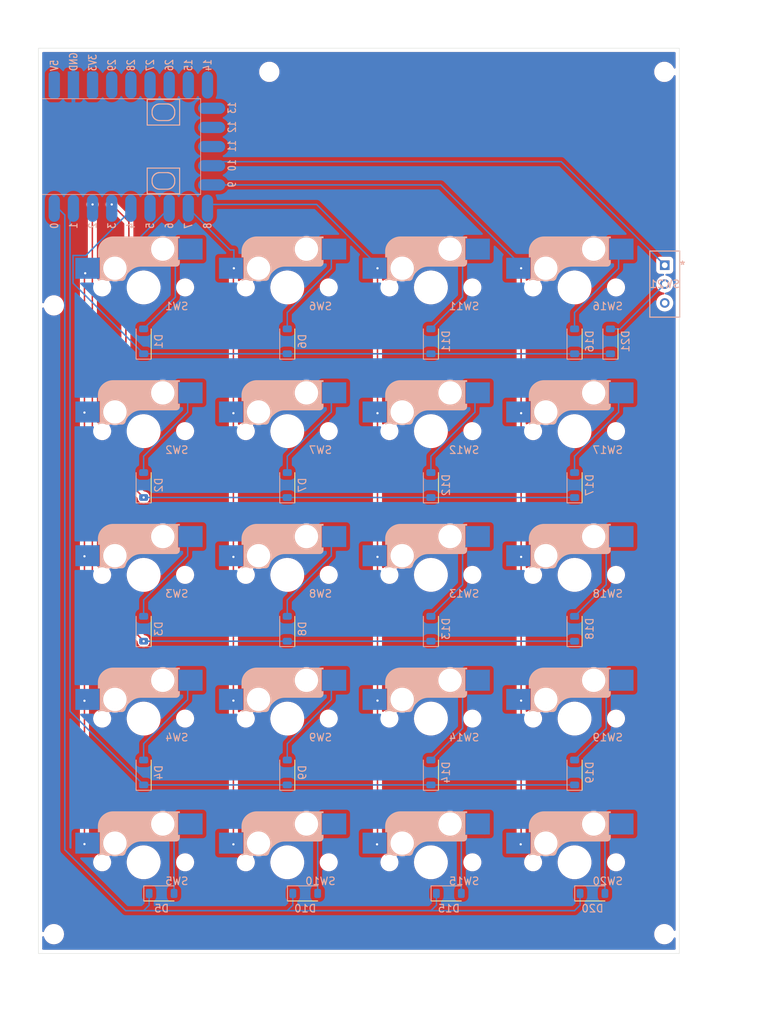
<source format=kicad_pcb>
(kicad_pcb (version 20241229) (generator "pcbnew") (generator_version "9.0")
  (layers (0 "F.Cu" signal) (2 "B.Cu" signal) (13 "F.Paste" user) (15 "B.Paste" user) (5 "F.SilkS" user "F.Silkscreen") (7 "B.SilkS" user "B.Silkscreen") (1 "F.Mask" user) (3 "B.Mask" user) (25 "Edge.Cuts" user))
  (net 0 "")
  (net 1 "row0")
  (net 2 "Net-(D1-A)")
  (net 3 "Net-(D2-A)")
  (net 4 "row1")
  (net 5 "row2")
  (net 6 "Net-(D3-A)")
  (net 7 "Net-(D4-A)")
  (net 8 "row3")
  (net 9 "Net-(D5-A)")
  (net 10 "row4")
  (net 11 "Net-(D6-A)")
  (net 12 "Net-(D7-A)")
  (net 13 "Net-(D8-A)")
  (net 14 "Net-(D9-A)")
  (net 15 "Net-(D10-A)")
  (net 16 "Net-(D11-A)")
  (net 17 "Net-(D12-A)")
  (net 18 "Net-(D13-A)")
  (net 19 "Net-(D14-A)")
  (net 20 "Net-(D15-A)")
  (net 21 "Net-(D16-A)")
  (net 22 "Net-(D17-A)")
  (net 23 "Net-(D18-A)")
  (net 24 "Net-(D19-A)")
  (net 25 "Net-(D20-A)")
  (net 26 "Net-(D21-A)")
  (net 27 "col0")
  (net 28 "col1")
  (net 29 "col2")
  (net 30 "col3")
  (net 31 "col4")
  (net 36 "GND")
  (footprint "isw-kbd-lib-mod:CherryMX_Hotswap_1u" (layer "F.Cu") (at 171.45 123.825)
    (property "Reference" "SW19")
    (property "Value" "SW_PUSH" (hide yes))
  )
  (footprint "isw-kbd-lib-mod:M2_ScrewHole" (layer "F.Cu") (at 102.39375 152.4)
    (property "Reference" "Ref**" (hide yes))
    (property "Value" "M2_ScrewHole" (hide yes))
  )
  (footprint "isw-kbd-lib-mod:CherryMX_Hotswap_1u" (layer "F.Cu") (at 152.4 104.775)
    (property "Reference" "SW13")
    (property "Value" "SW_PUSH" (hide yes))
  )
  (footprint "isw-kbd-lib-mod:M2_ScrewHole" (layer "F.Cu") (at 102.39375 69.05625)
    (property "Reference" "Ref**" (hide yes))
    (property "Value" "M2_ScrewHole" (hide yes))
  )
  (footprint "isw-kbd-lib-mod:CherryMX_Hotswap_1u" (layer "F.Cu") (at 152.4 142.875)
    (property "Reference" "SW15")
    (property "Value" "SW_PUSH" (hide yes))
  )
  (footprint "isw-kbd-lib-mod:CherryMX_Hotswap_1u" (layer "F.Cu") (at 171.45 104.775)
    (property "Reference" "SW18")
    (property "Value" "SW_PUSH" (hide yes))
  )
  (footprint "isw-kbd-lib-mod:CherryMX_Hotswap_1u" (layer "F.Cu") (at 171.45 66.675)
    (property "Reference" "SW16")
    (property "Value" "SW_PUSH" (hide yes))
  )
  (footprint "isw-kbd-lib-mod:M2_ScrewHole" (layer "F.Cu") (at 183.35625 152.4)
    (property "Reference" "Ref**" (hide yes))
    (property "Value" "M2_ScrewHole" (hide yes))
  )
  (footprint "isw-kbd-lib-mod:CherryMX_Hotswap_1u" (layer "F.Cu") (at 114.3 104.775)
    (property "Reference" "SW3")
    (property "Value" "SW_PUSH" (hide yes))
  )
  (footprint "isw-kbd-lib-mod:M2_ScrewHole" (layer "F.Cu") (at 183.35625 38.1)
    (property "Reference" "Ref**" (hide yes))
    (property "Value" "M2_ScrewHole" (hide yes))
  )
  (footprint "isw-kbd-lib-mod:CherryMX_Hotswap_1u" (layer "F.Cu") (at 133.35 85.725)
    (property "Reference" "SW7")
    (property "Value" "SW_PUSH" (hide yes))
  )
  (footprint "isw-kbd-lib-mod:CherryMX_Hotswap_1u" (layer "F.Cu") (at 152.4 66.675)
    (property "Reference" "SW11")
    (property "Value" "SW_PUSH" (hide yes))
  )
  (footprint "isw-kbd-lib-mod:CherryMX_Hotswap_1u" (layer "F.Cu") (at 114.3 85.725)
    (property "Reference" "SW2")
    (property "Value" "SW_PUSH" (hide yes))
  )
  (footprint "isw-kbd-lib-mod:CherryMX_Hotswap_1u" (layer "F.Cu") (at 152.4 85.725)
    (property "Reference" "SW12")
    (property "Value" "SW_PUSH" (hide yes))
  )
  (footprint "isw-kbd-lib-mod:CherryMX_Hotswap_1u" (layer "F.Cu") (at 114.3 123.825)
    (property "Reference" "SW4")
    (property "Value" "SW_PUSH" (hide yes))
  )
  (footprint "isw-kbd-lib-mod:CherryMX_Hotswap_1u" (layer "F.Cu") (at 171.45 85.725)
    (property "Reference" "SW17")
    (property "Value" "SW_PUSH" (hide yes))
  )
  (footprint "isw-kbd-lib-mod:CherryMX_Hotswap_1u" (layer "F.Cu") (at 114.3 142.875)
    (property "Reference" "SW5")
    (property "Value" "SW_PUSH" (hide yes))
  )
  (footprint "isw-kbd-lib-mod:CherryMX_Hotswap_1u" (layer "F.Cu") (at 133.35 66.675)
    (property "Reference" "SW6")
    (property "Value" "SW_PUSH" (hide yes))
  )
  (footprint "isw-kbd-lib-mod:CherryMX_Hotswap_1u" (layer "F.Cu") (at 114.3 66.675)
    (property "Reference" "SW1")
    (property "Value" "SW_PUSH" (hide yes))
  )
  (footprint "isw-kbd-lib-mod:CherryMX_Hotswap_1u" (layer "F.Cu") (at 171.45 142.875)
    (property "Reference" "SW20")
    (property "Value" "SW_PUSH" (hide yes))
  )
  (footprint "isw-kbd-lib-mod:CherryMX_Hotswap_1u" (layer "F.Cu") (at 133.35 123.825)
    (property "Reference" "SW9")
    (property "Value" "SW_PUSH" (hide yes))
  )
  (footprint "isw-kbd-lib-mod:CherryMX_Hotswap_1u" (layer "F.Cu") (at 133.35 142.875)
    (property "Reference" "SW10")
    (property "Value" "SW_PUSH" (hide yes))
  )
  (footprint "isw-kbd-lib-mod:M2_ScrewHole" (layer "F.Cu") (at 130.96875 38.1)
    (property "Reference" "Ref**" (hide yes))
    (property "Value" "M2_ScrewHole" (hide yes))
  )
  (footprint "isw-kbd-lib-mod:CherryMX_Hotswap_1u" (layer "F.Cu") (at 152.4 123.825)
    (property "Reference" "SW14")
    (property "Value" "SW_PUSH" (hide yes))
  )
  (footprint "isw-kbd-lib-mod:CherryMX_Hotswap_1u" (layer "F.Cu") (at 133.35 104.775)
    (property "Reference" "SW8")
    (property "Value" "SW_PUSH" (hide yes))
  )
  (footprint "Diode_SMD:D_SOD-123" (layer "B.Cu") (at 114.3 111.91875 90)
    (property "Reference" "D3")
    (property "Value" "1N4148W")
  )
  (footprint "Diode_SMD:D_SOD-123" (layer "B.Cu") (at 116.68125 147)
    (property "Reference" "D5")
    (property "Value" "1N4148W")
  )
  (footprint "Diode_SMD:D_SOD-123" (layer "B.Cu") (at 133.35 92.86875 90)
    (property "Reference" "D7")
    (property "Value" "1N4148W")
  )
  (footprint "Diode_SMD:D_SOD-123" (layer "B.Cu") (at 135.73125 147)
    (property "Reference" "D10")
    (property "Value" "1N4148W")
  )
  (footprint "Diode_SMD:D_SOD-123" (layer "B.Cu") (at 152.4 130.96875 90)
    (property "Reference" "D14")
    (property "Value" "1N4148W")
  )
  (footprint "footprints:1P2T_SS-12D00_CNK" (layer "B.Cu") (at 183.4134 63.7324 180)
    (property "Reference" "SW21")
    (property "Value" "SS-12D00-G 4 E")
  )
  (footprint "Diode_SMD:D_SOD-123" (layer "B.Cu") (at 173.83125 147)
    (property "Reference" "D20")
    (property "Value" "1N4148W")
  )
  (footprint "Diode_SMD:D_SOD-123" (layer "B.Cu") (at 133.35 130.96875 90)
    (property "Reference" "D9")
    (property "Value" "1N4148W")
  )
  (footprint "isw-kbd-lib-mod:RP2040-Zero-smd" (layer "B.Cu") (at 112.6073 48.006 -90)
    (property "Reference" "U1" (hide yes))
    (property "Value" "RP2040-Zero" (hide yes))
  )
  (footprint "Diode_SMD:D_SOD-123" (layer "B.Cu") (at 133.35 73.81875 90)
    (property "Reference" "D6")
    (property "Value" "1N4148W")
  )
  (footprint "Diode_SMD:D_SOD-123" (layer "B.Cu") (at 114.3 92.86875 90)
    (property "Reference" "D2")
    (property "Value" "1N4148W")
  )
  (footprint "Diode_SMD:D_SOD-123" (layer "B.Cu") (at 154.78125 147)
    (property "Reference" "D15")
    (property "Value" "1N4148W")
  )
  (footprint "Diode_SMD:D_SOD-123" (layer "B.Cu") (at 171.45 73.81875 90)
    (property "Reference" "D16")
    (property "Value" "1N4148W")
  )
  (footprint "Diode_SMD:D_SOD-123" (layer "B.Cu") (at 152.4 92.86875 90)
    (property "Reference" "D12")
    (property "Value" "1N4148W")
  )
  (footprint "Diode_SMD:D_SOD-123" (layer "B.Cu") (at 152.4 111.91875 90)
    (property "Reference" "D13")
    (property "Value" "1N4148W")
  )
  (footprint "Diode_SMD:D_SOD-123" (layer "B.Cu") (at 133.35 111.91875 90)
    (property "Reference" "D8")
    (property "Value" "1N4148W")
  )
  (footprint "Diode_SMD:D_SOD-123" (layer "B.Cu") (at 171.45 92.86875 90)
    (property "Reference" "D17")
    (property "Value" "1N4148W")
  )
  (footprint "Diode_SMD:D_SOD-123" (layer "B.Cu") (at 152.4 73.81875 90)
    (property "Reference" "D11")
    (property "Value" "1N4148W")
  )
  (footprint "Diode_SMD:D_SOD-123" (layer "B.Cu") (at 176.2125 73.81875 90)
    (property "Reference" "D21")
    (property "Value" "1N4148W")
  )
  (footprint "Diode_SMD:D_SOD-123" (layer "B.Cu") (at 171.45 111.91875 90)
    (property "Reference" "D18")
    (property "Value" "1N4148W")
  )
  (footprint "Diode_SMD:D_SOD-123" (layer "B.Cu") (at 114.3 73.81875 90)
    (property "Reference" "D1")
    (property "Value" "1N4148W")
  )
  (footprint "Diode_SMD:D_SOD-123" (layer "B.Cu") (at 114.3 130.96875 90)
    (property "Reference" "D4")
    (property "Value" "1N4148W")
  )
  (footprint "Diode_SMD:D_SOD-123" (layer "B.Cu") (at 171.45 130.96875 90)
    (property "Reference" "D19")
    (property "Value" "1N4148W")
  )
  (gr_rect (start 100.3496 34.9654) (end 185.3496 154.9654) (stroke (width 0.05)) (fill no) (layer "Edge.Cuts"))
  (segment (start 112.6073 55.676) (end 112.6073 56.46145) (width 0.2) (layer "B.Cu") (net 1))
  (segment (start 104.936 66.10475) (end 114.3 75.46875) (width 0.2) (layer "B.Cu") (net 1))
  (segment (start 176.2125 75.46875) (end 114.3 75.46875) (width 0.2) (layer "B.Cu") (net 1))
  (segment (start 106.62475 62.444) (end 104.936 62.444) (width 0.2) (layer "B.Cu") (net 1))
  (segment (start 112.6073 56.46145) (end 106.62475 62.444) (width 0.2) (layer "B.Cu") (net 1))
  (segment (start 104.936 62.444) (end 104.936 66.10475) (width 0.2) (layer "B.Cu") (net 1))
  (segment (start 120.142 61.595) (end 118.499 63.238) (width 0.2) (layer "B.Cu") (net 2))
  (segment (start 118.499 63.238) (end 118.499 67.96975) (width 0.2) (layer "B.Cu") (net 2))
  (segment (start 118.499 67.96975) (end 114.3 72.16875) (width 0.2) (layer "B.Cu") (net 2))
  (segment (start 114.3 89.049816) (end 114.3 91.21875) (width 0.2) (layer "B.Cu") (net 3))
  (segment (start 120.142 80.645) (end 120.142 83.207816) (width 0.2) (layer "B.Cu") (net 3))
  (segment (start 120.142 83.207816) (end 114.3 89.049816) (width 0.2) (layer "B.Cu") (net 3))
  (segment (start 112.341 64.934) (end 111.949 65.326) (width 0.2) (layer "F.Cu") (net 4))
  (segment (start 112.487592 84.212592) (end 111.949 84.751184) (width 0.2) (layer "F.Cu") (net 4))
  (segment (start 111.949 84.751184) (end 111.949 92.174) (width 0.2) (layer "F.Cu") (net 4))
  (segment (start 112.487592 82.564883) (end 112.487592 84.212592) (width 0.2) (layer "F.Cu") (net 4))
  (segment (start 111.949 65.326) (end 111.949 82.026291) (width 0.2) (layer "F.Cu") (net 4))
  (segment (start 111.949 92.174) (end 114.275 94.5) (width 0.2) (layer "F.Cu") (net 4))
  (segment (start 112.341 57.9497) (end 112.341 64.934) (width 0.2) (layer "F.Cu") (net 4))
  (segment (start 110.0673 55.676) (end 112.341 57.9497) (width 0.2) (layer "F.Cu") (net 4))
  (segment (start 111.949 82.026291) (end 112.487592 82.564883) (width 0.2) (layer "F.Cu") (net 4))
  (via (at 114.3 94.51875) (size 0.6) (drill 0.3) (layers "F.Cu" "B.Cu") (net 4))
  (via (at 110.0673 55.676) (size 0.6) (drill 0.3) (layers "F.Cu" "B.Cu") (net 4))
  (segment (start 171.45 94.51875) (end 114.3 94.51875) (width 0.2) (layer "B.Cu") (net 4))
  (segment (start 107.5273 55.676) (end 107.499 55.7043) (width 0.2) (layer "F.Cu") (net 5))
  (segment (start 107.499 55.7043) (end 107.499 106.724) (width 0.2) (layer "F.Cu") (net 5))
  (segment (start 107.499 106.724) (end 114.275 113.5) (width 0.2) (layer "F.Cu") (net 5))
  (via (at 114.3 113.56875) (size 0.6) (drill 0.3) (layers "F.Cu" "B.Cu") (net 5))
  (via (at 107.5273 55.676) (size 0.6) (drill 0.3) (layers "F.Cu" "B.Cu") (net 5))
  (segment (start 171.45 113.56875) (end 114.3 113.56875) (width 0.2) (layer "B.Cu") (net 5))
  (segment (start 120.142 99.695) (end 120.142 102.257816) (width 0.2) (layer "B.Cu") (net 6))
  (segment (start 120.142 102.257816) (end 114.3 108.099816) (width 0.2) (layer "B.Cu") (net 6))
  (segment (start 114.3 108.099816) (end 114.3 110.26875) (width 0.2) (layer "B.Cu") (net 6))
  (segment (start 114.3 127.149816) (end 114.3 129.31875) (width 0.2) (layer "B.Cu") (net 7))
  (segment (start 120.142 118.745) (end 120.142 121.307816) (width 0.2) (layer "B.Cu") (net 7))
  (segment (start 120.142 121.307816) (end 114.3 127.149816) (width 0.2) (layer "B.Cu") (net 7))
  (segment (start 104.9873 55.676) (end 104.535 56.1283) (width 0.2) (layer "B.Cu") (net 8))
  (segment (start 104.535 122.85375) (end 114.3 132.61875) (width 0.2) (layer "B.Cu") (net 8))
  (segment (start 104.535 56.1283) (end 104.535 122.85375) (width 0.2) (layer "B.Cu") (net 8))
  (segment (start 171.45 132.61875) (end 114.3 132.61875) (width 0.2) (layer "B.Cu") (net 8))
  (segment (start 120.142 137.795) (end 118.33125 139.60575) (width 0.2) (layer "B.Cu") (net 9))
  (segment (start 118.33125 139.60575) (end 118.33125 147) (width 0.2) (layer "B.Cu") (net 9))
  (segment (start 120.142 137.795) (end 121.44375 139.09675) (width 0.2) (layer "B.Cu") (net 9))
  (segment (start 121.44375 149.2875) (end 114.3 149.2875) (width 0.2) (layer "B.Cu") (net 10))
  (segment (start 134.08125 148.55625) (end 133.35 149.2875) (width 0.2) (layer "B.Cu") (net 10))
  (segment (start 171.45 149.2875) (end 152.4 149.2875) (width 0.2) (layer "B.Cu") (net 10))
  (segment (start 103.84475 57.07345) (end 103.84475 141.2135) (width 0.2) (layer "B.Cu") (net 10))
  (segment (start 152.4 149.2875) (end 133.35 149.2875) (width 0.2) (layer "B.Cu") (net 10))
  (segment (start 134.08125 147) (end 134.08125 148.55625) (width 0.2) (layer "B.Cu") (net 10))
  (segment (start 115.03125 147) (end 115.03125 148.55625) (width 0.2) (layer "B.Cu") (net 10))
  (segment (start 172.18125 147) (end 172.18125 148.55625) (width 0.2) (layer "B.Cu") (net 10))
  (segment (start 111.91875 149.2875) (end 103.84475 141.2135) (width 0.2) (layer "B.Cu") (net 10))
  (segment (start 133.35 149.2875) (end 121.44375 149.2875) (width 0.2) (layer "B.Cu") (net 10))
  (segment (start 153.13125 147) (end 153.13125 148.55625) (width 0.2) (layer "B.Cu") (net 10))
  (segment (start 115.03125 148.55625) (end 114.3 149.2875) (width 0.2) (layer "B.Cu") (net 10))
  (segment (start 153.13125 148.55625) (end 152.4 149.2875) (width 0.2) (layer "B.Cu") (net 10))
  (segment (start 102.4473 55.676) (end 103.84475 57.07345) (width 0.2) (layer "B.Cu") (net 10))
  (segment (start 114.3 149.2875) (end 111.91875 149.2875) (width 0.2) (layer "B.Cu") (net 10))
  (segment (start 172.18125 148.55625) (end 171.45 149.2875) (width 0.2) (layer "B.Cu") (net 10))
  (segment (start 139.192 64.157816) (end 133.35 69.999816) (width 0.2) (layer "B.Cu") (net 11))
  (segment (start 139.192 61.595) (end 139.192 64.157816) (width 0.2) (layer "B.Cu") (net 11))
  (segment (start 133.35 69.999816) (end 133.35 72.16875) (width 0.2) (layer "B.Cu") (net 11))
  (segment (start 139.192 83.207816) (end 133.35 89.049816) (width 0.2) (layer "B.Cu") (net 12))
  (segment (start 139.192 80.645) (end 139.192 83.207816) (width 0.2) (layer "B.Cu") (net 12))
  (segment (start 133.35 89.049816) (end 133.35 91.21875) (width 0.2) (layer "B.Cu") (net 12))
  (segment (start 133.35 108.099816) (end 133.35 110.26875) (width 0.2) (layer "B.Cu") (net 13))
  (segment (start 139.192 102.257816) (end 133.35 108.099816) (width 0.2) (layer "B.Cu") (net 13))
  (segment (start 139.192 99.695) (end 139.192 102.257816) (width 0.2) (layer "B.Cu") (net 13))
  (segment (start 139.192 121.307816) (end 133.35 127.149816) (width 0.2) (layer "B.Cu") (net 14))
  (segment (start 139.192 118.745) (end 139.192 121.307816) (width 0.2) (layer "B.Cu") (net 14))
  (segment (start 133.35 127.149816) (end 133.35 129.31875) (width 0.2) (layer "B.Cu") (net 14))
  (segment (start 139.192 137.795) (end 140.49375 139.09675) (width 0.2) (layer "B.Cu") (net 15))
  (segment (start 139.192 137.795) (end 137.38125 139.60575) (width 0.2) (layer "B.Cu") (net 15))
  (segment (start 137.38125 139.60575) (end 137.38125 147) (width 0.2) (layer "B.Cu") (net 15))
  (segment (start 156.599 63.238) (end 156.599 67.96975) (width 0.2) (layer "B.Cu") (net 16))
  (segment (start 156.599 67.96975) (end 152.4 72.16875) (width 0.2) (layer "B.Cu") (net 16))
  (segment (start 158.242 61.595) (end 156.599 63.238) (width 0.2) (layer "B.Cu") (net 16))
  (segment (start 158.242 83.207816) (end 152.4 89.049816) (width 0.2) (layer "B.Cu") (net 17))
  (segment (start 158.242 80.645) (end 158.242 83.207816) (width 0.2) (layer "B.Cu") (net 17))
  (segment (start 152.4 89.049816) (end 152.4 91.21875) (width 0.2) (layer "B.Cu") (net 17))
  (segment (start 156.599 101.338) (end 156.599 106.06975) (width 0.2) (layer "B.Cu") (net 18))
  (segment (start 156.599 106.06975) (end 152.4 110.26875) (width 0.2) (layer "B.Cu") (net 18))
  (segment (start 158.242 99.695) (end 156.599 101.338) (width 0.2) (layer "B.Cu") (net 18))
  (segment (start 158.242 118.745) (end 156.599 120.388) (width 0.2) (layer "B.Cu") (net 19))
  (segment (start 156.599 125.11975) (end 152.4 129.31875) (width 0.2) (layer "B.Cu") (net 19))
  (segment (start 156.599 120.388) (end 156.599 125.11975) (width 0.2) (layer "B.Cu") (net 19))
  (segment (start 156.43125 139.60575) (end 156.43125 147) (width 0.2) (layer "B.Cu") (net 20))
  (segment (start 158.242 137.795) (end 156.43125 139.60575) (width 0.2) (layer "B.Cu") (net 20))
  (segment (start 158.242 137.795) (end 159.54375 139.09675) (width 0.2) (layer "B.Cu") (net 20))
  (segment (start 177.292 61.595) (end 177.292 64.157816) (width 0.2) (layer "B.Cu") (net 21))
  (segment (start 171.45 69.999816) (end 171.45 72.16875) (width 0.2) (layer "B.Cu") (net 21))
  (segment (start 177.292 64.157816) (end 171.45 69.999816) (width 0.2) (layer "B.Cu") (net 21))
  (segment (start 171.45 89.049816) (end 171.45 91.21875) (width 0.2) (layer "B.Cu") (net 22))
  (segment (start 177.292 83.207816) (end 171.45 89.049816) (width 0.2) (layer "B.Cu") (net 22))
  (segment (start 177.292 80.645) (end 177.292 83.207816) (width 0.2) (layer "B.Cu") (net 22))
  (segment (start 177.292 99.695) (end 175.649 101.338) (width 0.2) (layer "B.Cu") (net 23))
  (segment (start 175.649 106.06975) (end 171.45 110.26875) (width 0.2) (layer "B.Cu") (net 23))
  (segment (start 175.649 101.338) (end 175.649 106.06975) (width 0.2) (layer "B.Cu") (net 23))
  (segment (start 175.649 125.11975) (end 171.45 129.31875) (width 0.2) (layer "B.Cu") (net 24))
  (segment (start 175.649 120.388) (end 175.649 125.11975) (width 0.2) (layer "B.Cu") (net 24))
  (segment (start 177.292 118.745) (end 175.649 120.388) (width 0.2) (layer "B.Cu") (net 24))
  (segment (start 175.48125 139.60575) (end 175.48125 147) (width 0.2) (layer "B.Cu") (net 25))
  (segment (start 177.292 137.795) (end 175.48125 139.60575) (width 0.2) (layer "B.Cu") (net 25))
  (segment (start 177.292 137.795) (end 178.59375 139.09675) (width 0.2) (layer "B.Cu") (net 25))
  (segment (start 177.47705 72.16875) (end 176.2125 72.16875) (width 0.2) (layer "B.Cu") (net 26))
  (segment (start 183.4134 66.2324) (end 177.47705 72.16875) (width 0.2) (layer "B.Cu") (net 26))
  (segment (start 106.4514 64.8986) (end 106.4514 83.2612) (width 0.2) (layer "F.Cu") (net 27))
  (segment (start 106.4514 102.3112) (end 106.4514 121.4628) (width 0.2) (layer "F.Cu") (net 27))
  (segment (start 106.4514 83.2612) (end 106.4514 102.3112) (width 0.2) (layer "F.Cu") (net 27))
  (segment (start 106.55525 64.79475) (end 106.4514 64.8986) (width 0.2) (layer "F.Cu") (net 27))
  (segment (start 106.4514 121.4628) (end 106.4514 140.462) (width 0.2) (layer "F.Cu") (net 27))
  (via (at 106.55525 64.79475) (size 0.6) (drill 0.3) (layers "F.Cu" "B.Cu") (net 27))
  (via (at 106.4514 140.462) (size 0.6) (drill 0.3) (layers "F.Cu" "B.Cu") (net 27))
  (via (at 106.4514 121.4628) (size 0.6) (drill 0.3) (layers "F.Cu" "B.Cu") (net 27))
  (via (at 106.4514 83.2612) (size 0.6) (drill 0.3) (layers "F.Cu" "B.Cu") (net 27))
  (via (at 106.4514 102.3112) (size 0.6) (drill 0.3) (layers "F.Cu" "B.Cu") (net 27))
  (segment (start 117.6873 56.172338) (end 113.246938 60.6127) (width 0.2) (layer "B.Cu") (net 27))
  (segment (start 117.6873 55.676) (end 117.6873 56.172338) (width 0.2) (layer "B.Cu") (net 27))
  (segment (start 107.215 64.135) (end 107.188 64.162) (width 0.2) (layer "B.Cu") (net 27))
  (segment (start 113.246938 60.6127) (end 110.7373 60.6127) (width 0.2) (layer "B.Cu") (net 27))
  (segment (start 107.215 64.135) (end 106.55525 64.79475) (width 0.2) (layer "B.Cu") (net 27))
  (segment (start 107.215 83.185) (end 106.5022 83.8978) (width 0.2) (layer "B.Cu") (net 27))
  (segment (start 110.7373 60.6127) (end 107.215 64.135) (width 0.2) (layer "B.Cu") (net 27))
  (segment (start 126.20625 102.39375) (end 126.20625 121.44375) (width 0.2) (layer "F.Cu") (net 28))
  (segment (start 126.20625 121.44375) (end 126.20625 140.49375) (width 0.2) (layer "F.Cu") (net 28))
  (segment (start 126.265 64.135) (end 126.20625 64.19375) (width 0.2) (layer "F.Cu") (net 28))
  (segment (start 126.20625 64.19375) (end 126.20625 83.34375) (width 0.2) (layer "F.Cu") (net 28))
  (segment (start 126.20625 83.34375) (end 126.20625 102.39375) (width 0.2) (layer "F.Cu") (net 28))
  (via (at 126.20625 102.39375) (size 0.6) (drill 0.3) (layers "F.Cu" "B.Cu") (net 28))
  (via (at 126.20625 140.49375) (size 0.6) (drill 0.3) (layers "F.Cu" "B.Cu") (net 28))
  (via (at 126.20625 83.34375) (size 0.6) (drill 0.3) (layers "F.Cu" "B.Cu") (net 28))
  (via (at 126.20625 121.44375) (size 0.6) (drill 0.3) (layers "F.Cu" "B.Cu") (net 28))
  (via (at 126.265 64.135) (size 0.6) (drill 0.3) (layers "F.Cu" "B.Cu") (net 28))
  (segment (start 125.768662 61.7137) (end 126.265 61.7137) (width 0.2) (layer "B.Cu") (net 28))
  (segment (start 120.2273 55.676) (end 120.2273 56.172338) (width 0.2) (layer "B.Cu") (net 28))
  (segment (start 126.265 61.7137) (end 126.265 64.135) (width 0.2) (layer "B.Cu") (net 28))
  (segment (start 120.2273 56.172338) (end 125.768662 61.7137) (width 0.2) (layer "B.Cu") (net 28))
  (segment (start 145.315 140.435) (end 145.25625 140.49375) (width 0.2) (layer "F.Cu") (net 29))
  (segment (start 145.315 83.34375) (end 145.315 102.39375) (width 0.2) (layer "F.Cu") (net 29))
  (segment (start 145.315 121.44375) (end 145.315 140.435) (width 0.2) (layer "F.Cu") (net 29))
  (segment (start 145.315 64.135) (end 145.315 83.34375) (width 0.2) (layer "F.Cu") (net 29))
  (segment (start 145.315 102.39375) (end 145.315 121.44375) (width 0.2) (layer "F.Cu") (net 29))
  (via (at 145.315 102.39375) (size 0.6) (drill 0.3) (layers "F.Cu" "B.Cu") (net 29))
  (via (at 145.315 121.44375) (size 0.6) (drill 0.3) (layers "F.Cu" "B.Cu") (net 29))
  (via (at 145.25625 140.49375) (size 0.6) (drill 0.3) (layers "F.Cu" "B.Cu") (net 29))
  (via (at 145.315 83.34375) (size 0.6) (drill 0.3) (layers "F.Cu" "B.Cu") (net 29))
  (via (at 145.315 64.135) (size 0.6) (drill 0.3) (layers "F.Cu" "B.Cu") (net 29))
  (segment (start 145.315 63.748) (end 145.315 64.135) (width 0.2) (layer "B.Cu") (net 29))
  (segment (start 122.7673 55.676) (end 137.243 55.676) (width 0.2) (layer "B.Cu") (net 29))
  (segment (start 137.243 55.676) (end 145.315 63.748) (width 0.2) (layer "B.Cu") (net 29))
  (segment (start 164.365 64.135) (end 164.365 83.34375) (width 0.2) (layer "F.Cu") (net 30))
  (segment (start 164.365 83.34375) (end 164.365 102.39375) (width 0.2) (layer "F.Cu") (net 30))
  (segment (start 164.365 140.435) (end 164.30625 140.49375) (width 0.2) (layer "F.Cu") (net 30))
  (segment (start 164.365 121.44375) (end 164.365 140.435) (width 0.2) (layer "F.Cu") (net 30))
  (segment (start 164.365 102.39375) (end 164.365 121.44375) (width 0.2) (layer "F.Cu") (net 30))
  (via (at 164.365 83.34375) (size 0.6) (drill 0.3) (layers "F.Cu" "B.Cu") (net 30))
  (via (at 164.365 121.44375) (size 0.6) (drill 0.3) (layers "F.Cu" "B.Cu") (net 30))
  (via (at 164.30625 140.49375) (size 0.6) (drill 0.3) (layers "F.Cu" "B.Cu") (net 30))
  (via (at 164.365 64.135) (size 0.6) (drill 0.3) (layers "F.Cu" "B.Cu") (net 30))
  (via (at 164.365 102.39375) (size 0.6) (drill 0.3) (layers "F.Cu" "B.Cu") (net 30))
  (segment (start 122.8173 53.086) (end 153.703 53.086) (width 0.2) (layer "B.Cu") (net 30))
  (segment (start 153.703 53.086) (end 164.365 63.748) (width 0.2) (layer "B.Cu") (net 30))
  (segment (start 164.365 63.748) (end 164.365 64.135) (width 0.2) (layer "B.Cu") (net 30))
  (segment (start 169.68725 50.00625) (end 128.5875 50.00625) (width 0.2) (layer "B.Cu") (net 31))
  (segment (start 122.8173 50.546) (end 123.35705 50.00625) (width 0.2) (layer "B.Cu") (net 31))
  (segment (start 183.4134 63.7324) (end 169.68725 50.00625) (width 0.2) (layer "B.Cu") (net 31))
  (segment (start 123.35705 50.00625) (end 128.5875 50.00625) (width 0.2) (layer "B.Cu") (net 31))
  (zone (net 36) (net_name "GND") (layer "F.Cu") (connect_pads (clearance 0.5)) (min_thickness 0.25) (fill yes (thermal_gap 0.5) (thermal_bridge_width 0.5))
    (polygon (pts (xy 95.25 30.95625) (xy 95.25 159.54375) (xy 192.88125 159.54375) (xy 195.2625 30.95625)))
  )
  (zone (net 36) (net_name "GND") (layer "B.Cu") (priority 1) (connect_pads (clearance 0.5)) (min_thickness 0.25) (fill yes (thermal_gap 0.5) (thermal_bridge_width 0.5))
    (polygon (pts (xy 95.25 30.95625) (xy 95.25 164.30625) (xy 195.2625 161.925) (xy 197.64375 28.575)))
  )
)
</source>
